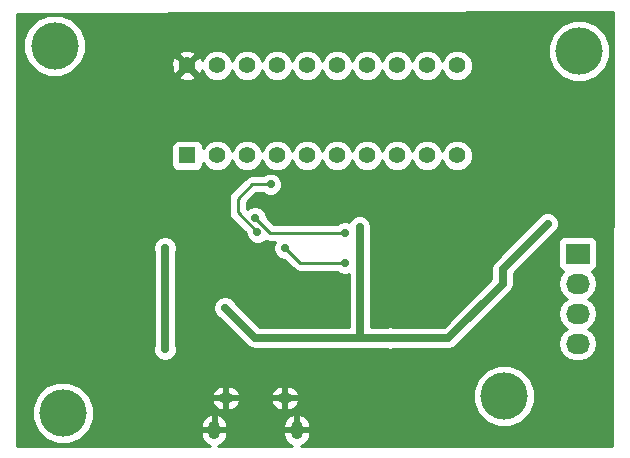
<source format=gbr>
G04 #@! TF.FileFunction,Copper,L2,Bot,Signal*
%FSLAX46Y46*%
G04 Gerber Fmt 4.6, Leading zero omitted, Abs format (unit mm)*
G04 Created by KiCad (PCBNEW (2015-07-31 BZR 6030)-product) date Sat Sep 12 09:45:30 2015*
%MOMM*%
G01*
G04 APERTURE LIST*
%ADD10C,0.100000*%
%ADD11C,4.000000*%
%ADD12O,1.250000X0.950000*%
%ADD13O,1.000000X1.550000*%
%ADD14R,2.032000X1.727200*%
%ADD15O,2.032000X1.727200*%
%ADD16R,1.397000X1.397000*%
%ADD17C,1.397000*%
%ADD18C,0.700000*%
%ADD19C,0.635000*%
%ADD20C,0.250000*%
%ADD21C,0.254000*%
G04 APERTURE END LIST*
D10*
D11*
X169077600Y-118454000D03*
X175427600Y-89244000D03*
X131028400Y-88786800D03*
D12*
X145525600Y-118606400D03*
X150525600Y-118606400D03*
D13*
X144525600Y-121306400D03*
X151525600Y-121306400D03*
D14*
X175300600Y-106389000D03*
D15*
X175300600Y-108929000D03*
X175300600Y-111469000D03*
X175300600Y-114009000D03*
D16*
X142255200Y-98083200D03*
D17*
X144795200Y-98083200D03*
X147335200Y-98083200D03*
X149875200Y-98083200D03*
X152415200Y-98083200D03*
X154955200Y-98083200D03*
X157495200Y-98083200D03*
X160035200Y-98083200D03*
X162575200Y-98083200D03*
X165115200Y-98083200D03*
X165115200Y-90463200D03*
X162575200Y-90463200D03*
X160035200Y-90463200D03*
X157495200Y-90463200D03*
X154955200Y-90463200D03*
X152415200Y-90463200D03*
X149875200Y-90463200D03*
X147335200Y-90463200D03*
X144795200Y-90463200D03*
X142255200Y-90463200D03*
D11*
X131739600Y-119876400D03*
D18*
X156846800Y-104126600D03*
X168950600Y-108292200D03*
X172760600Y-103849000D03*
X145455600Y-110986400D03*
X159425600Y-113526400D03*
X131485600Y-107176400D03*
X151805600Y-103366400D03*
X159425600Y-105906400D03*
X141645600Y-104636400D03*
X137835600Y-105906400D03*
X167680600Y-106389000D03*
X163870600Y-110199000D03*
X140375600Y-114500718D03*
X140375600Y-105906400D03*
X155615600Y-107176400D03*
X150535600Y-105906400D03*
X155615600Y-104636400D03*
X147995600Y-103366400D03*
X149316400Y-100521600D03*
X148198800Y-104585600D03*
D19*
X156885600Y-113526400D02*
X156885600Y-104165400D01*
X156885600Y-104165400D02*
X156846800Y-104126600D01*
X159425600Y-113526400D02*
X164353200Y-113526400D01*
X164353200Y-113526400D02*
X168950600Y-108929000D01*
X172760600Y-103849000D02*
X168950600Y-107659000D01*
X168950600Y-107659000D02*
X168950600Y-108292200D01*
X168950600Y-108292200D02*
X168950600Y-108929000D01*
X145455600Y-110986400D02*
X147995600Y-113526400D01*
X147995600Y-113526400D02*
X156885600Y-113526400D01*
X156885600Y-113526400D02*
X159425600Y-113526400D01*
X140375600Y-105906400D02*
X140375600Y-114500718D01*
D20*
X151805600Y-107176400D02*
X155615600Y-107176400D01*
X150535600Y-105906400D02*
X151805600Y-107176400D01*
X149265600Y-104636400D02*
X155615600Y-104636400D01*
X147995600Y-103366400D02*
X149265600Y-104636400D01*
X147741600Y-100521600D02*
X149316400Y-100521600D01*
X146522400Y-101740800D02*
X147741600Y-100521600D01*
X146522400Y-102909200D02*
X146522400Y-101740800D01*
X148198800Y-104585600D02*
X146522400Y-102909200D01*
D21*
G36*
X127853226Y-86119293D02*
X178348073Y-85917112D01*
X178196722Y-122645000D01*
X175115855Y-122645000D01*
X175115855Y-115507600D01*
X175485345Y-115507600D01*
X176058834Y-115393526D01*
X176545015Y-115068670D01*
X176869871Y-114582489D01*
X176983945Y-114009000D01*
X176869871Y-113435511D01*
X176545015Y-112949330D01*
X176230234Y-112739000D01*
X176545015Y-112528670D01*
X176869871Y-112042489D01*
X176983945Y-111469000D01*
X176869871Y-110895511D01*
X176545015Y-110409330D01*
X176230234Y-110199000D01*
X176545015Y-109988670D01*
X176869871Y-109502489D01*
X176983945Y-108929000D01*
X176869871Y-108355511D01*
X176545015Y-107869330D01*
X176530687Y-107859757D01*
X176551917Y-107855762D01*
X176768041Y-107716690D01*
X176913031Y-107504490D01*
X176964040Y-107252600D01*
X176964040Y-105525400D01*
X176919762Y-105290083D01*
X176780690Y-105073959D01*
X176568490Y-104928969D01*
X176316600Y-104877960D01*
X175949434Y-104877960D01*
X175949434Y-91879457D01*
X176918258Y-91479147D01*
X177660142Y-90738557D01*
X178062142Y-89770433D01*
X178063057Y-88722166D01*
X177662747Y-87753342D01*
X176922157Y-87011458D01*
X175954033Y-86609458D01*
X174905766Y-86608543D01*
X173936942Y-87008853D01*
X173195058Y-87749443D01*
X172793058Y-88717567D01*
X172792143Y-89765834D01*
X173192453Y-90734658D01*
X173933043Y-91476542D01*
X174901167Y-91878542D01*
X175949434Y-91879457D01*
X175949434Y-104877960D01*
X174284600Y-104877960D01*
X174049283Y-104922238D01*
X173833159Y-105061310D01*
X173688169Y-105273510D01*
X173637160Y-105525400D01*
X173637160Y-107252600D01*
X173681438Y-107487917D01*
X173820510Y-107704041D01*
X174032710Y-107849031D01*
X174074039Y-107857400D01*
X174056185Y-107869330D01*
X173731329Y-108355511D01*
X173617255Y-108929000D01*
X173731329Y-109502489D01*
X174056185Y-109988670D01*
X174370966Y-110199000D01*
X174056185Y-110409330D01*
X173731329Y-110895511D01*
X173617255Y-111469000D01*
X173731329Y-112042489D01*
X174056185Y-112528670D01*
X174370966Y-112739000D01*
X174056185Y-112949330D01*
X173731329Y-113435511D01*
X173617255Y-114009000D01*
X173731329Y-114582489D01*
X174056185Y-115068670D01*
X174542366Y-115393526D01*
X175115855Y-115507600D01*
X175115855Y-122645000D01*
X169599434Y-122645000D01*
X169599434Y-121089457D01*
X170568258Y-120689147D01*
X171310142Y-119948557D01*
X171712142Y-118980433D01*
X171713057Y-117932166D01*
X171312747Y-116963342D01*
X170572157Y-116221458D01*
X169604033Y-115819458D01*
X168555766Y-115818543D01*
X167586942Y-116218853D01*
X166845058Y-116959443D01*
X166443058Y-117927567D01*
X166442143Y-118975834D01*
X166842453Y-119944658D01*
X167583043Y-120686542D01*
X168551167Y-121088542D01*
X169599434Y-121089457D01*
X169599434Y-122645000D01*
X159620669Y-122645000D01*
X159620669Y-114511570D01*
X159699737Y-114478900D01*
X164353200Y-114478900D01*
X164717706Y-114406395D01*
X165026719Y-114199919D01*
X169624119Y-109602520D01*
X169785155Y-109361512D01*
X169830595Y-109293506D01*
X169903100Y-108929000D01*
X169903100Y-108566843D01*
X169935428Y-108488988D01*
X169935770Y-108097131D01*
X169913472Y-108043166D01*
X173239916Y-104716722D01*
X173317829Y-104684529D01*
X173595155Y-104407686D01*
X173745428Y-104045788D01*
X173745770Y-103653931D01*
X173596129Y-103291771D01*
X173319286Y-103014445D01*
X172957388Y-102864172D01*
X172565531Y-102863830D01*
X172203371Y-103013471D01*
X171926045Y-103290314D01*
X171893237Y-103369325D01*
X168277081Y-106985481D01*
X168070605Y-107294494D01*
X167998100Y-107659000D01*
X167998100Y-108017557D01*
X167965772Y-108095412D01*
X167965430Y-108487269D01*
X167988780Y-108543781D01*
X163958662Y-112573900D01*
X159700243Y-112573900D01*
X159622388Y-112541572D01*
X159230531Y-112541230D01*
X159151463Y-112573900D01*
X157838100Y-112573900D01*
X157838100Y-104165400D01*
X157831794Y-104133695D01*
X157831970Y-103931531D01*
X157682329Y-103569371D01*
X157405486Y-103292045D01*
X157043588Y-103141772D01*
X156651731Y-103141430D01*
X156289571Y-103291071D01*
X156012245Y-103567914D01*
X155953224Y-103710052D01*
X155812388Y-103651572D01*
X155420531Y-103651230D01*
X155058371Y-103800871D01*
X154982710Y-103876400D01*
X149580402Y-103876400D01*
X148980678Y-103276676D01*
X148980770Y-103171331D01*
X148831129Y-102809171D01*
X148554286Y-102531845D01*
X148192388Y-102381572D01*
X147800531Y-102381230D01*
X147438371Y-102530871D01*
X147328526Y-102640524D01*
X147282400Y-102594398D01*
X147282400Y-102055602D01*
X148056402Y-101281600D01*
X148683289Y-101281600D01*
X148757714Y-101356155D01*
X149119612Y-101506428D01*
X149511469Y-101506770D01*
X149873629Y-101357129D01*
X150150955Y-101080286D01*
X150301228Y-100718388D01*
X150301570Y-100326531D01*
X150151929Y-99964371D01*
X149875086Y-99687045D01*
X149513188Y-99536772D01*
X149121331Y-99536430D01*
X148759171Y-99686071D01*
X148683510Y-99761600D01*
X147741600Y-99761600D01*
X147450761Y-99819452D01*
X147450760Y-99819452D01*
X147204199Y-99984199D01*
X145984999Y-101203399D01*
X145820252Y-101449961D01*
X145762400Y-101740800D01*
X145762400Y-102909200D01*
X145820252Y-103200039D01*
X145984999Y-103446601D01*
X147213722Y-104675324D01*
X147213630Y-104780669D01*
X147363271Y-105142829D01*
X147640114Y-105420155D01*
X148002012Y-105570428D01*
X148393869Y-105570770D01*
X148756029Y-105421129D01*
X148893288Y-105284109D01*
X148974761Y-105338548D01*
X149265600Y-105396400D01*
X149680829Y-105396400D01*
X149550772Y-105709612D01*
X149550430Y-106101469D01*
X149700071Y-106463629D01*
X149976914Y-106740955D01*
X150338812Y-106891228D01*
X150445719Y-106891321D01*
X151268199Y-107713801D01*
X151514761Y-107878548D01*
X151805600Y-107936400D01*
X154982489Y-107936400D01*
X155056914Y-108010955D01*
X155418812Y-108161228D01*
X155810669Y-108161570D01*
X155933100Y-108110983D01*
X155933100Y-112573900D01*
X148390138Y-112573900D01*
X146323321Y-110507082D01*
X146291129Y-110429171D01*
X146014286Y-110151845D01*
X145652388Y-110001572D01*
X145260531Y-110001230D01*
X144898371Y-110150871D01*
X144621045Y-110427714D01*
X144470772Y-110789612D01*
X144470430Y-111181469D01*
X144620071Y-111543629D01*
X144896914Y-111820955D01*
X144975924Y-111853763D01*
X147322081Y-114199919D01*
X147631094Y-114406395D01*
X147995600Y-114478900D01*
X159150957Y-114478900D01*
X159228812Y-114511228D01*
X159620669Y-114511570D01*
X159620669Y-122645000D01*
X151889629Y-122645000D01*
X152238363Y-122473768D01*
X152525602Y-122133078D01*
X152660600Y-121708400D01*
X152660600Y-121433400D01*
X151652600Y-121433400D01*
X151652600Y-121179400D01*
X152660600Y-121179400D01*
X152660600Y-120904400D01*
X152525602Y-120479722D01*
X152238363Y-120139032D01*
X151827474Y-119937281D01*
X151652600Y-120063446D01*
X151652600Y-121179400D01*
X151652600Y-121433400D01*
X151652600Y-121453400D01*
X151398600Y-121453400D01*
X151398600Y-121433400D01*
X150390600Y-121433400D01*
X150390600Y-121179400D01*
X151398600Y-121179400D01*
X151398600Y-120063446D01*
X151223726Y-119937281D01*
X150826731Y-120132209D01*
X150826731Y-119707629D01*
X151236649Y-119565968D01*
X151561152Y-119278221D01*
X151744868Y-118904338D01*
X151618334Y-118733400D01*
X150652600Y-118733400D01*
X150652600Y-118479400D01*
X151618334Y-118479400D01*
X151744868Y-118308462D01*
X151561152Y-117934579D01*
X151236649Y-117646832D01*
X150826731Y-117505171D01*
X150652600Y-117653837D01*
X150652600Y-118479400D01*
X150652600Y-118733400D01*
X150652600Y-119558963D01*
X150826731Y-119707629D01*
X150826731Y-120132209D01*
X150812837Y-120139032D01*
X150525598Y-120479722D01*
X150390600Y-120904400D01*
X150390600Y-121179400D01*
X150390600Y-121433400D01*
X150390600Y-121708400D01*
X150525598Y-122133078D01*
X150812837Y-122473768D01*
X151161571Y-122645000D01*
X150224469Y-122645000D01*
X150224469Y-119707629D01*
X150398600Y-119558963D01*
X150398600Y-118733400D01*
X149432866Y-118733400D01*
X149432866Y-118479400D01*
X150398600Y-118479400D01*
X150398600Y-117653837D01*
X150224469Y-117505171D01*
X149814551Y-117646832D01*
X149490048Y-117934579D01*
X149306332Y-118308462D01*
X149432866Y-118479400D01*
X149432866Y-118733400D01*
X149306332Y-118904338D01*
X149490048Y-119278221D01*
X149814551Y-119565968D01*
X150224469Y-119707629D01*
X150224469Y-122645000D01*
X145826731Y-122645000D01*
X145826731Y-119707629D01*
X146236649Y-119565968D01*
X146561152Y-119278221D01*
X146744868Y-118904338D01*
X146618334Y-118733400D01*
X145652600Y-118733400D01*
X145652600Y-118479400D01*
X146618334Y-118479400D01*
X146744868Y-118308462D01*
X146561152Y-117934579D01*
X146236649Y-117646832D01*
X145826731Y-117505171D01*
X145652600Y-117653837D01*
X145652600Y-118479400D01*
X145652600Y-118733400D01*
X145652600Y-119558963D01*
X145826731Y-119707629D01*
X145826731Y-122645000D01*
X144889629Y-122645000D01*
X145238363Y-122473768D01*
X145525602Y-122133078D01*
X145660600Y-121708400D01*
X145660600Y-121433400D01*
X144652600Y-121433400D01*
X144652600Y-121179400D01*
X145660600Y-121179400D01*
X145660600Y-120904400D01*
X145525602Y-120479722D01*
X145238363Y-120139032D01*
X145224469Y-120132210D01*
X145224469Y-119707629D01*
X145398600Y-119558963D01*
X145398600Y-118733400D01*
X144432866Y-118733400D01*
X144432866Y-118479400D01*
X145398600Y-118479400D01*
X145398600Y-117653837D01*
X145224469Y-117505171D01*
X144814551Y-117646832D01*
X144490048Y-117934579D01*
X144306332Y-118308462D01*
X144432866Y-118479400D01*
X144432866Y-118733400D01*
X144306332Y-118904338D01*
X144490048Y-119278221D01*
X144814551Y-119565968D01*
X145224469Y-119707629D01*
X145224469Y-120132210D01*
X144827474Y-119937281D01*
X144652600Y-120063446D01*
X144652600Y-121179400D01*
X144652600Y-121433400D01*
X144652600Y-121453400D01*
X144398600Y-121453400D01*
X144398600Y-121433400D01*
X143390600Y-121433400D01*
X143390600Y-121179400D01*
X144398600Y-121179400D01*
X144398600Y-120063446D01*
X144223726Y-119937281D01*
X143812837Y-120139032D01*
X143525598Y-120479722D01*
X143390600Y-120904400D01*
X143390600Y-121179400D01*
X143390600Y-121433400D01*
X143390600Y-121708400D01*
X143525598Y-122133078D01*
X143812837Y-122473768D01*
X144161571Y-122645000D01*
X141556700Y-122645000D01*
X141556700Y-99429140D01*
X142953700Y-99429140D01*
X143189017Y-99384862D01*
X143405141Y-99245790D01*
X143550131Y-99033590D01*
X143601140Y-98781700D01*
X143601140Y-98685316D01*
X143664054Y-98837580D01*
X144038847Y-99213027D01*
X144528787Y-99416468D01*
X145059286Y-99416931D01*
X145549580Y-99214346D01*
X145925027Y-98839553D01*
X146065294Y-98501754D01*
X146204054Y-98837580D01*
X146578847Y-99213027D01*
X147068787Y-99416468D01*
X147599286Y-99416931D01*
X148089580Y-99214346D01*
X148465027Y-98839553D01*
X148605294Y-98501754D01*
X148744054Y-98837580D01*
X149118847Y-99213027D01*
X149608787Y-99416468D01*
X150139286Y-99416931D01*
X150629580Y-99214346D01*
X151005027Y-98839553D01*
X151145294Y-98501754D01*
X151284054Y-98837580D01*
X151658847Y-99213027D01*
X152148787Y-99416468D01*
X152679286Y-99416931D01*
X153169580Y-99214346D01*
X153545027Y-98839553D01*
X153685294Y-98501754D01*
X153824054Y-98837580D01*
X154198847Y-99213027D01*
X154688787Y-99416468D01*
X155219286Y-99416931D01*
X155709580Y-99214346D01*
X156085027Y-98839553D01*
X156225294Y-98501754D01*
X156364054Y-98837580D01*
X156738847Y-99213027D01*
X157228787Y-99416468D01*
X157759286Y-99416931D01*
X158249580Y-99214346D01*
X158625027Y-98839553D01*
X158765294Y-98501754D01*
X158904054Y-98837580D01*
X159278847Y-99213027D01*
X159768787Y-99416468D01*
X160299286Y-99416931D01*
X160789580Y-99214346D01*
X161165027Y-98839553D01*
X161305294Y-98501754D01*
X161444054Y-98837580D01*
X161818847Y-99213027D01*
X162308787Y-99416468D01*
X162839286Y-99416931D01*
X163329580Y-99214346D01*
X163705027Y-98839553D01*
X163845294Y-98501754D01*
X163984054Y-98837580D01*
X164358847Y-99213027D01*
X164848787Y-99416468D01*
X165379286Y-99416931D01*
X165869580Y-99214346D01*
X166245027Y-98839553D01*
X166448468Y-98349613D01*
X166448931Y-97819114D01*
X166246346Y-97328820D01*
X165871553Y-96953373D01*
X165381613Y-96749932D01*
X164851114Y-96749469D01*
X164360820Y-96952054D01*
X163985373Y-97326847D01*
X163845106Y-97664646D01*
X163706346Y-97328820D01*
X163331553Y-96953373D01*
X162841613Y-96749932D01*
X162311114Y-96749469D01*
X161820820Y-96952054D01*
X161445373Y-97326847D01*
X161305106Y-97664646D01*
X161166346Y-97328820D01*
X160791553Y-96953373D01*
X160301613Y-96749932D01*
X159771114Y-96749469D01*
X159280820Y-96952054D01*
X158905373Y-97326847D01*
X158765106Y-97664646D01*
X158626346Y-97328820D01*
X158251553Y-96953373D01*
X157761613Y-96749932D01*
X157231114Y-96749469D01*
X156740820Y-96952054D01*
X156365373Y-97326847D01*
X156225106Y-97664646D01*
X156086346Y-97328820D01*
X155711553Y-96953373D01*
X155221613Y-96749932D01*
X154691114Y-96749469D01*
X154200820Y-96952054D01*
X153825373Y-97326847D01*
X153685106Y-97664646D01*
X153546346Y-97328820D01*
X153171553Y-96953373D01*
X152681613Y-96749932D01*
X152151114Y-96749469D01*
X151660820Y-96952054D01*
X151285373Y-97326847D01*
X151145106Y-97664646D01*
X151006346Y-97328820D01*
X150631553Y-96953373D01*
X150141613Y-96749932D01*
X149611114Y-96749469D01*
X149120820Y-96952054D01*
X148745373Y-97326847D01*
X148605106Y-97664646D01*
X148466346Y-97328820D01*
X148091553Y-96953373D01*
X147601613Y-96749932D01*
X147071114Y-96749469D01*
X146580820Y-96952054D01*
X146205373Y-97326847D01*
X146065106Y-97664646D01*
X145926346Y-97328820D01*
X145551553Y-96953373D01*
X145061613Y-96749932D01*
X145059286Y-96749930D01*
X145059286Y-91796931D01*
X145549580Y-91594346D01*
X145925027Y-91219553D01*
X146065294Y-90881754D01*
X146204054Y-91217580D01*
X146578847Y-91593027D01*
X147068787Y-91796468D01*
X147599286Y-91796931D01*
X148089580Y-91594346D01*
X148465027Y-91219553D01*
X148605294Y-90881754D01*
X148744054Y-91217580D01*
X149118847Y-91593027D01*
X149608787Y-91796468D01*
X150139286Y-91796931D01*
X150629580Y-91594346D01*
X151005027Y-91219553D01*
X151145294Y-90881754D01*
X151284054Y-91217580D01*
X151658847Y-91593027D01*
X152148787Y-91796468D01*
X152679286Y-91796931D01*
X153169580Y-91594346D01*
X153545027Y-91219553D01*
X153685294Y-90881754D01*
X153824054Y-91217580D01*
X154198847Y-91593027D01*
X154688787Y-91796468D01*
X155219286Y-91796931D01*
X155709580Y-91594346D01*
X156085027Y-91219553D01*
X156225294Y-90881754D01*
X156364054Y-91217580D01*
X156738847Y-91593027D01*
X157228787Y-91796468D01*
X157759286Y-91796931D01*
X158249580Y-91594346D01*
X158625027Y-91219553D01*
X158765294Y-90881754D01*
X158904054Y-91217580D01*
X159278847Y-91593027D01*
X159768787Y-91796468D01*
X160299286Y-91796931D01*
X160789580Y-91594346D01*
X161165027Y-91219553D01*
X161305294Y-90881754D01*
X161444054Y-91217580D01*
X161818847Y-91593027D01*
X162308787Y-91796468D01*
X162839286Y-91796931D01*
X163329580Y-91594346D01*
X163705027Y-91219553D01*
X163845294Y-90881754D01*
X163984054Y-91217580D01*
X164358847Y-91593027D01*
X164848787Y-91796468D01*
X165379286Y-91796931D01*
X165869580Y-91594346D01*
X166245027Y-91219553D01*
X166448468Y-90729613D01*
X166448931Y-90199114D01*
X166246346Y-89708820D01*
X165871553Y-89333373D01*
X165381613Y-89129932D01*
X164851114Y-89129469D01*
X164360820Y-89332054D01*
X163985373Y-89706847D01*
X163845106Y-90044646D01*
X163706346Y-89708820D01*
X163331553Y-89333373D01*
X162841613Y-89129932D01*
X162311114Y-89129469D01*
X161820820Y-89332054D01*
X161445373Y-89706847D01*
X161305106Y-90044646D01*
X161166346Y-89708820D01*
X160791553Y-89333373D01*
X160301613Y-89129932D01*
X159771114Y-89129469D01*
X159280820Y-89332054D01*
X158905373Y-89706847D01*
X158765106Y-90044646D01*
X158626346Y-89708820D01*
X158251553Y-89333373D01*
X157761613Y-89129932D01*
X157231114Y-89129469D01*
X156740820Y-89332054D01*
X156365373Y-89706847D01*
X156225106Y-90044646D01*
X156086346Y-89708820D01*
X155711553Y-89333373D01*
X155221613Y-89129932D01*
X154691114Y-89129469D01*
X154200820Y-89332054D01*
X153825373Y-89706847D01*
X153685106Y-90044646D01*
X153546346Y-89708820D01*
X153171553Y-89333373D01*
X152681613Y-89129932D01*
X152151114Y-89129469D01*
X151660820Y-89332054D01*
X151285373Y-89706847D01*
X151145106Y-90044646D01*
X151006346Y-89708820D01*
X150631553Y-89333373D01*
X150141613Y-89129932D01*
X149611114Y-89129469D01*
X149120820Y-89332054D01*
X148745373Y-89706847D01*
X148605106Y-90044646D01*
X148466346Y-89708820D01*
X148091553Y-89333373D01*
X147601613Y-89129932D01*
X147071114Y-89129469D01*
X146580820Y-89332054D01*
X146205373Y-89706847D01*
X146065106Y-90044646D01*
X145926346Y-89708820D01*
X145551553Y-89333373D01*
X145061613Y-89129932D01*
X144531114Y-89129469D01*
X144040820Y-89332054D01*
X143665373Y-89706847D01*
X143531886Y-90028318D01*
X143425000Y-89770271D01*
X143189388Y-89708617D01*
X142434805Y-90463200D01*
X143189388Y-91217783D01*
X143425000Y-91156129D01*
X143523283Y-90876888D01*
X143664054Y-91217580D01*
X144038847Y-91593027D01*
X144528787Y-91796468D01*
X145059286Y-91796931D01*
X145059286Y-96749930D01*
X144531114Y-96749469D01*
X144040820Y-96952054D01*
X143665373Y-97326847D01*
X143601140Y-97481537D01*
X143601140Y-97384700D01*
X143556862Y-97149383D01*
X143417790Y-96933259D01*
X143205590Y-96788269D01*
X142953700Y-96737260D01*
X142062680Y-96737260D01*
X142062680Y-91809127D01*
X142592399Y-91780348D01*
X142948129Y-91633000D01*
X143009783Y-91397388D01*
X142255200Y-90642805D01*
X142255200Y-90283595D01*
X143009783Y-89529012D01*
X142948129Y-89293400D01*
X142447720Y-89117273D01*
X141918001Y-89146052D01*
X141562271Y-89293400D01*
X141500617Y-89529012D01*
X142255200Y-90283595D01*
X142255200Y-90642805D01*
X141500617Y-91397388D01*
X141562271Y-91633000D01*
X142062680Y-91809127D01*
X142062680Y-96737260D01*
X141556700Y-96737260D01*
X141321383Y-96781538D01*
X141321012Y-96781776D01*
X141321012Y-91217783D01*
X142075595Y-90463200D01*
X141321012Y-89708617D01*
X141085400Y-89770271D01*
X140909273Y-90270680D01*
X140938052Y-90800399D01*
X141085400Y-91156129D01*
X141321012Y-91217783D01*
X141321012Y-96781776D01*
X141105259Y-96920610D01*
X140960269Y-97132810D01*
X140909260Y-97384700D01*
X140909260Y-98781700D01*
X140953538Y-99017017D01*
X141092610Y-99233141D01*
X141304810Y-99378131D01*
X141556700Y-99429140D01*
X141556700Y-122645000D01*
X140570669Y-122645000D01*
X140570669Y-115485888D01*
X140932829Y-115336247D01*
X141210155Y-115059404D01*
X141360428Y-114697506D01*
X141360770Y-114305649D01*
X141328100Y-114226581D01*
X141328100Y-106181043D01*
X141360428Y-106103188D01*
X141360770Y-105711331D01*
X141211129Y-105349171D01*
X140934286Y-105071845D01*
X140572388Y-104921572D01*
X140180531Y-104921230D01*
X139818371Y-105070871D01*
X139541045Y-105347714D01*
X139390772Y-105709612D01*
X139390430Y-106101469D01*
X139423100Y-106180537D01*
X139423100Y-114226075D01*
X139390772Y-114303930D01*
X139390430Y-114695787D01*
X139540071Y-115057947D01*
X139816914Y-115335273D01*
X140178812Y-115485546D01*
X140570669Y-115485888D01*
X140570669Y-122645000D01*
X132261434Y-122645000D01*
X132261434Y-122511857D01*
X133230258Y-122111547D01*
X133972142Y-121370957D01*
X134374142Y-120402833D01*
X134375057Y-119354566D01*
X133974747Y-118385742D01*
X133234157Y-117643858D01*
X132266033Y-117241858D01*
X131550234Y-117241234D01*
X131550234Y-91422257D01*
X132519058Y-91021947D01*
X133260942Y-90281357D01*
X133662942Y-89313233D01*
X133663857Y-88264966D01*
X133263547Y-87296142D01*
X132522957Y-86554258D01*
X131554833Y-86152258D01*
X130506566Y-86151343D01*
X129537742Y-86551653D01*
X128795858Y-87292243D01*
X128393858Y-88260367D01*
X128392943Y-89308634D01*
X128793253Y-90277458D01*
X129533843Y-91019342D01*
X130501967Y-91421342D01*
X131550234Y-91422257D01*
X131550234Y-117241234D01*
X131217766Y-117240943D01*
X130248942Y-117641253D01*
X129507058Y-118381843D01*
X129105058Y-119349967D01*
X129104143Y-120398234D01*
X129504453Y-121367058D01*
X130245043Y-122108942D01*
X131213167Y-122510942D01*
X132261434Y-122511857D01*
X132261434Y-122645000D01*
X127802776Y-122645000D01*
X127853226Y-86119293D01*
X127853226Y-86119293D01*
G37*
X127853226Y-86119293D02*
X178348073Y-85917112D01*
X178196722Y-122645000D01*
X175115855Y-122645000D01*
X175115855Y-115507600D01*
X175485345Y-115507600D01*
X176058834Y-115393526D01*
X176545015Y-115068670D01*
X176869871Y-114582489D01*
X176983945Y-114009000D01*
X176869871Y-113435511D01*
X176545015Y-112949330D01*
X176230234Y-112739000D01*
X176545015Y-112528670D01*
X176869871Y-112042489D01*
X176983945Y-111469000D01*
X176869871Y-110895511D01*
X176545015Y-110409330D01*
X176230234Y-110199000D01*
X176545015Y-109988670D01*
X176869871Y-109502489D01*
X176983945Y-108929000D01*
X176869871Y-108355511D01*
X176545015Y-107869330D01*
X176530687Y-107859757D01*
X176551917Y-107855762D01*
X176768041Y-107716690D01*
X176913031Y-107504490D01*
X176964040Y-107252600D01*
X176964040Y-105525400D01*
X176919762Y-105290083D01*
X176780690Y-105073959D01*
X176568490Y-104928969D01*
X176316600Y-104877960D01*
X175949434Y-104877960D01*
X175949434Y-91879457D01*
X176918258Y-91479147D01*
X177660142Y-90738557D01*
X178062142Y-89770433D01*
X178063057Y-88722166D01*
X177662747Y-87753342D01*
X176922157Y-87011458D01*
X175954033Y-86609458D01*
X174905766Y-86608543D01*
X173936942Y-87008853D01*
X173195058Y-87749443D01*
X172793058Y-88717567D01*
X172792143Y-89765834D01*
X173192453Y-90734658D01*
X173933043Y-91476542D01*
X174901167Y-91878542D01*
X175949434Y-91879457D01*
X175949434Y-104877960D01*
X174284600Y-104877960D01*
X174049283Y-104922238D01*
X173833159Y-105061310D01*
X173688169Y-105273510D01*
X173637160Y-105525400D01*
X173637160Y-107252600D01*
X173681438Y-107487917D01*
X173820510Y-107704041D01*
X174032710Y-107849031D01*
X174074039Y-107857400D01*
X174056185Y-107869330D01*
X173731329Y-108355511D01*
X173617255Y-108929000D01*
X173731329Y-109502489D01*
X174056185Y-109988670D01*
X174370966Y-110199000D01*
X174056185Y-110409330D01*
X173731329Y-110895511D01*
X173617255Y-111469000D01*
X173731329Y-112042489D01*
X174056185Y-112528670D01*
X174370966Y-112739000D01*
X174056185Y-112949330D01*
X173731329Y-113435511D01*
X173617255Y-114009000D01*
X173731329Y-114582489D01*
X174056185Y-115068670D01*
X174542366Y-115393526D01*
X175115855Y-115507600D01*
X175115855Y-122645000D01*
X169599434Y-122645000D01*
X169599434Y-121089457D01*
X170568258Y-120689147D01*
X171310142Y-119948557D01*
X171712142Y-118980433D01*
X171713057Y-117932166D01*
X171312747Y-116963342D01*
X170572157Y-116221458D01*
X169604033Y-115819458D01*
X168555766Y-115818543D01*
X167586942Y-116218853D01*
X166845058Y-116959443D01*
X166443058Y-117927567D01*
X166442143Y-118975834D01*
X166842453Y-119944658D01*
X167583043Y-120686542D01*
X168551167Y-121088542D01*
X169599434Y-121089457D01*
X169599434Y-122645000D01*
X159620669Y-122645000D01*
X159620669Y-114511570D01*
X159699737Y-114478900D01*
X164353200Y-114478900D01*
X164717706Y-114406395D01*
X165026719Y-114199919D01*
X169624119Y-109602520D01*
X169785155Y-109361512D01*
X169830595Y-109293506D01*
X169903100Y-108929000D01*
X169903100Y-108566843D01*
X169935428Y-108488988D01*
X169935770Y-108097131D01*
X169913472Y-108043166D01*
X173239916Y-104716722D01*
X173317829Y-104684529D01*
X173595155Y-104407686D01*
X173745428Y-104045788D01*
X173745770Y-103653931D01*
X173596129Y-103291771D01*
X173319286Y-103014445D01*
X172957388Y-102864172D01*
X172565531Y-102863830D01*
X172203371Y-103013471D01*
X171926045Y-103290314D01*
X171893237Y-103369325D01*
X168277081Y-106985481D01*
X168070605Y-107294494D01*
X167998100Y-107659000D01*
X167998100Y-108017557D01*
X167965772Y-108095412D01*
X167965430Y-108487269D01*
X167988780Y-108543781D01*
X163958662Y-112573900D01*
X159700243Y-112573900D01*
X159622388Y-112541572D01*
X159230531Y-112541230D01*
X159151463Y-112573900D01*
X157838100Y-112573900D01*
X157838100Y-104165400D01*
X157831794Y-104133695D01*
X157831970Y-103931531D01*
X157682329Y-103569371D01*
X157405486Y-103292045D01*
X157043588Y-103141772D01*
X156651731Y-103141430D01*
X156289571Y-103291071D01*
X156012245Y-103567914D01*
X155953224Y-103710052D01*
X155812388Y-103651572D01*
X155420531Y-103651230D01*
X155058371Y-103800871D01*
X154982710Y-103876400D01*
X149580402Y-103876400D01*
X148980678Y-103276676D01*
X148980770Y-103171331D01*
X148831129Y-102809171D01*
X148554286Y-102531845D01*
X148192388Y-102381572D01*
X147800531Y-102381230D01*
X147438371Y-102530871D01*
X147328526Y-102640524D01*
X147282400Y-102594398D01*
X147282400Y-102055602D01*
X148056402Y-101281600D01*
X148683289Y-101281600D01*
X148757714Y-101356155D01*
X149119612Y-101506428D01*
X149511469Y-101506770D01*
X149873629Y-101357129D01*
X150150955Y-101080286D01*
X150301228Y-100718388D01*
X150301570Y-100326531D01*
X150151929Y-99964371D01*
X149875086Y-99687045D01*
X149513188Y-99536772D01*
X149121331Y-99536430D01*
X148759171Y-99686071D01*
X148683510Y-99761600D01*
X147741600Y-99761600D01*
X147450761Y-99819452D01*
X147450760Y-99819452D01*
X147204199Y-99984199D01*
X145984999Y-101203399D01*
X145820252Y-101449961D01*
X145762400Y-101740800D01*
X145762400Y-102909200D01*
X145820252Y-103200039D01*
X145984999Y-103446601D01*
X147213722Y-104675324D01*
X147213630Y-104780669D01*
X147363271Y-105142829D01*
X147640114Y-105420155D01*
X148002012Y-105570428D01*
X148393869Y-105570770D01*
X148756029Y-105421129D01*
X148893288Y-105284109D01*
X148974761Y-105338548D01*
X149265600Y-105396400D01*
X149680829Y-105396400D01*
X149550772Y-105709612D01*
X149550430Y-106101469D01*
X149700071Y-106463629D01*
X149976914Y-106740955D01*
X150338812Y-106891228D01*
X150445719Y-106891321D01*
X151268199Y-107713801D01*
X151514761Y-107878548D01*
X151805600Y-107936400D01*
X154982489Y-107936400D01*
X155056914Y-108010955D01*
X155418812Y-108161228D01*
X155810669Y-108161570D01*
X155933100Y-108110983D01*
X155933100Y-112573900D01*
X148390138Y-112573900D01*
X146323321Y-110507082D01*
X146291129Y-110429171D01*
X146014286Y-110151845D01*
X145652388Y-110001572D01*
X145260531Y-110001230D01*
X144898371Y-110150871D01*
X144621045Y-110427714D01*
X144470772Y-110789612D01*
X144470430Y-111181469D01*
X144620071Y-111543629D01*
X144896914Y-111820955D01*
X144975924Y-111853763D01*
X147322081Y-114199919D01*
X147631094Y-114406395D01*
X147995600Y-114478900D01*
X159150957Y-114478900D01*
X159228812Y-114511228D01*
X159620669Y-114511570D01*
X159620669Y-122645000D01*
X151889629Y-122645000D01*
X152238363Y-122473768D01*
X152525602Y-122133078D01*
X152660600Y-121708400D01*
X152660600Y-121433400D01*
X151652600Y-121433400D01*
X151652600Y-121179400D01*
X152660600Y-121179400D01*
X152660600Y-120904400D01*
X152525602Y-120479722D01*
X152238363Y-120139032D01*
X151827474Y-119937281D01*
X151652600Y-120063446D01*
X151652600Y-121179400D01*
X151652600Y-121433400D01*
X151652600Y-121453400D01*
X151398600Y-121453400D01*
X151398600Y-121433400D01*
X150390600Y-121433400D01*
X150390600Y-121179400D01*
X151398600Y-121179400D01*
X151398600Y-120063446D01*
X151223726Y-119937281D01*
X150826731Y-120132209D01*
X150826731Y-119707629D01*
X151236649Y-119565968D01*
X151561152Y-119278221D01*
X151744868Y-118904338D01*
X151618334Y-118733400D01*
X150652600Y-118733400D01*
X150652600Y-118479400D01*
X151618334Y-118479400D01*
X151744868Y-118308462D01*
X151561152Y-117934579D01*
X151236649Y-117646832D01*
X150826731Y-117505171D01*
X150652600Y-117653837D01*
X150652600Y-118479400D01*
X150652600Y-118733400D01*
X150652600Y-119558963D01*
X150826731Y-119707629D01*
X150826731Y-120132209D01*
X150812837Y-120139032D01*
X150525598Y-120479722D01*
X150390600Y-120904400D01*
X150390600Y-121179400D01*
X150390600Y-121433400D01*
X150390600Y-121708400D01*
X150525598Y-122133078D01*
X150812837Y-122473768D01*
X151161571Y-122645000D01*
X150224469Y-122645000D01*
X150224469Y-119707629D01*
X150398600Y-119558963D01*
X150398600Y-118733400D01*
X149432866Y-118733400D01*
X149432866Y-118479400D01*
X150398600Y-118479400D01*
X150398600Y-117653837D01*
X150224469Y-117505171D01*
X149814551Y-117646832D01*
X149490048Y-117934579D01*
X149306332Y-118308462D01*
X149432866Y-118479400D01*
X149432866Y-118733400D01*
X149306332Y-118904338D01*
X149490048Y-119278221D01*
X149814551Y-119565968D01*
X150224469Y-119707629D01*
X150224469Y-122645000D01*
X145826731Y-122645000D01*
X145826731Y-119707629D01*
X146236649Y-119565968D01*
X146561152Y-119278221D01*
X146744868Y-118904338D01*
X146618334Y-118733400D01*
X145652600Y-118733400D01*
X145652600Y-118479400D01*
X146618334Y-118479400D01*
X146744868Y-118308462D01*
X146561152Y-117934579D01*
X146236649Y-117646832D01*
X145826731Y-117505171D01*
X145652600Y-117653837D01*
X145652600Y-118479400D01*
X145652600Y-118733400D01*
X145652600Y-119558963D01*
X145826731Y-119707629D01*
X145826731Y-122645000D01*
X144889629Y-122645000D01*
X145238363Y-122473768D01*
X145525602Y-122133078D01*
X145660600Y-121708400D01*
X145660600Y-121433400D01*
X144652600Y-121433400D01*
X144652600Y-121179400D01*
X145660600Y-121179400D01*
X145660600Y-120904400D01*
X145525602Y-120479722D01*
X145238363Y-120139032D01*
X145224469Y-120132210D01*
X145224469Y-119707629D01*
X145398600Y-119558963D01*
X145398600Y-118733400D01*
X144432866Y-118733400D01*
X144432866Y-118479400D01*
X145398600Y-118479400D01*
X145398600Y-117653837D01*
X145224469Y-117505171D01*
X144814551Y-117646832D01*
X144490048Y-117934579D01*
X144306332Y-118308462D01*
X144432866Y-118479400D01*
X144432866Y-118733400D01*
X144306332Y-118904338D01*
X144490048Y-119278221D01*
X144814551Y-119565968D01*
X145224469Y-119707629D01*
X145224469Y-120132210D01*
X144827474Y-119937281D01*
X144652600Y-120063446D01*
X144652600Y-121179400D01*
X144652600Y-121433400D01*
X144652600Y-121453400D01*
X144398600Y-121453400D01*
X144398600Y-121433400D01*
X143390600Y-121433400D01*
X143390600Y-121179400D01*
X144398600Y-121179400D01*
X144398600Y-120063446D01*
X144223726Y-119937281D01*
X143812837Y-120139032D01*
X143525598Y-120479722D01*
X143390600Y-120904400D01*
X143390600Y-121179400D01*
X143390600Y-121433400D01*
X143390600Y-121708400D01*
X143525598Y-122133078D01*
X143812837Y-122473768D01*
X144161571Y-122645000D01*
X141556700Y-122645000D01*
X141556700Y-99429140D01*
X142953700Y-99429140D01*
X143189017Y-99384862D01*
X143405141Y-99245790D01*
X143550131Y-99033590D01*
X143601140Y-98781700D01*
X143601140Y-98685316D01*
X143664054Y-98837580D01*
X144038847Y-99213027D01*
X144528787Y-99416468D01*
X145059286Y-99416931D01*
X145549580Y-99214346D01*
X145925027Y-98839553D01*
X146065294Y-98501754D01*
X146204054Y-98837580D01*
X146578847Y-99213027D01*
X147068787Y-99416468D01*
X147599286Y-99416931D01*
X148089580Y-99214346D01*
X148465027Y-98839553D01*
X148605294Y-98501754D01*
X148744054Y-98837580D01*
X149118847Y-99213027D01*
X149608787Y-99416468D01*
X150139286Y-99416931D01*
X150629580Y-99214346D01*
X151005027Y-98839553D01*
X151145294Y-98501754D01*
X151284054Y-98837580D01*
X151658847Y-99213027D01*
X152148787Y-99416468D01*
X152679286Y-99416931D01*
X153169580Y-99214346D01*
X153545027Y-98839553D01*
X153685294Y-98501754D01*
X153824054Y-98837580D01*
X154198847Y-99213027D01*
X154688787Y-99416468D01*
X155219286Y-99416931D01*
X155709580Y-99214346D01*
X156085027Y-98839553D01*
X156225294Y-98501754D01*
X156364054Y-98837580D01*
X156738847Y-99213027D01*
X157228787Y-99416468D01*
X157759286Y-99416931D01*
X158249580Y-99214346D01*
X158625027Y-98839553D01*
X158765294Y-98501754D01*
X158904054Y-98837580D01*
X159278847Y-99213027D01*
X159768787Y-99416468D01*
X160299286Y-99416931D01*
X160789580Y-99214346D01*
X161165027Y-98839553D01*
X161305294Y-98501754D01*
X161444054Y-98837580D01*
X161818847Y-99213027D01*
X162308787Y-99416468D01*
X162839286Y-99416931D01*
X163329580Y-99214346D01*
X163705027Y-98839553D01*
X163845294Y-98501754D01*
X163984054Y-98837580D01*
X164358847Y-99213027D01*
X164848787Y-99416468D01*
X165379286Y-99416931D01*
X165869580Y-99214346D01*
X166245027Y-98839553D01*
X166448468Y-98349613D01*
X166448931Y-97819114D01*
X166246346Y-97328820D01*
X165871553Y-96953373D01*
X165381613Y-96749932D01*
X164851114Y-96749469D01*
X164360820Y-96952054D01*
X163985373Y-97326847D01*
X163845106Y-97664646D01*
X163706346Y-97328820D01*
X163331553Y-96953373D01*
X162841613Y-96749932D01*
X162311114Y-96749469D01*
X161820820Y-96952054D01*
X161445373Y-97326847D01*
X161305106Y-97664646D01*
X161166346Y-97328820D01*
X160791553Y-96953373D01*
X160301613Y-96749932D01*
X159771114Y-96749469D01*
X159280820Y-96952054D01*
X158905373Y-97326847D01*
X158765106Y-97664646D01*
X158626346Y-97328820D01*
X158251553Y-96953373D01*
X157761613Y-96749932D01*
X157231114Y-96749469D01*
X156740820Y-96952054D01*
X156365373Y-97326847D01*
X156225106Y-97664646D01*
X156086346Y-97328820D01*
X155711553Y-96953373D01*
X155221613Y-96749932D01*
X154691114Y-96749469D01*
X154200820Y-96952054D01*
X153825373Y-97326847D01*
X153685106Y-97664646D01*
X153546346Y-97328820D01*
X153171553Y-96953373D01*
X152681613Y-96749932D01*
X152151114Y-96749469D01*
X151660820Y-96952054D01*
X151285373Y-97326847D01*
X151145106Y-97664646D01*
X151006346Y-97328820D01*
X150631553Y-96953373D01*
X150141613Y-96749932D01*
X149611114Y-96749469D01*
X149120820Y-96952054D01*
X148745373Y-97326847D01*
X148605106Y-97664646D01*
X148466346Y-97328820D01*
X148091553Y-96953373D01*
X147601613Y-96749932D01*
X147071114Y-96749469D01*
X146580820Y-96952054D01*
X146205373Y-97326847D01*
X146065106Y-97664646D01*
X145926346Y-97328820D01*
X145551553Y-96953373D01*
X145061613Y-96749932D01*
X145059286Y-96749930D01*
X145059286Y-91796931D01*
X145549580Y-91594346D01*
X145925027Y-91219553D01*
X146065294Y-90881754D01*
X146204054Y-91217580D01*
X146578847Y-91593027D01*
X147068787Y-91796468D01*
X147599286Y-91796931D01*
X148089580Y-91594346D01*
X148465027Y-91219553D01*
X148605294Y-90881754D01*
X148744054Y-91217580D01*
X149118847Y-91593027D01*
X149608787Y-91796468D01*
X150139286Y-91796931D01*
X150629580Y-91594346D01*
X151005027Y-91219553D01*
X151145294Y-90881754D01*
X151284054Y-91217580D01*
X151658847Y-91593027D01*
X152148787Y-91796468D01*
X152679286Y-91796931D01*
X153169580Y-91594346D01*
X153545027Y-91219553D01*
X153685294Y-90881754D01*
X153824054Y-91217580D01*
X154198847Y-91593027D01*
X154688787Y-91796468D01*
X155219286Y-91796931D01*
X155709580Y-91594346D01*
X156085027Y-91219553D01*
X156225294Y-90881754D01*
X156364054Y-91217580D01*
X156738847Y-91593027D01*
X157228787Y-91796468D01*
X157759286Y-91796931D01*
X158249580Y-91594346D01*
X158625027Y-91219553D01*
X158765294Y-90881754D01*
X158904054Y-91217580D01*
X159278847Y-91593027D01*
X159768787Y-91796468D01*
X160299286Y-91796931D01*
X160789580Y-91594346D01*
X161165027Y-91219553D01*
X161305294Y-90881754D01*
X161444054Y-91217580D01*
X161818847Y-91593027D01*
X162308787Y-91796468D01*
X162839286Y-91796931D01*
X163329580Y-91594346D01*
X163705027Y-91219553D01*
X163845294Y-90881754D01*
X163984054Y-91217580D01*
X164358847Y-91593027D01*
X164848787Y-91796468D01*
X165379286Y-91796931D01*
X165869580Y-91594346D01*
X166245027Y-91219553D01*
X166448468Y-90729613D01*
X166448931Y-90199114D01*
X166246346Y-89708820D01*
X165871553Y-89333373D01*
X165381613Y-89129932D01*
X164851114Y-89129469D01*
X164360820Y-89332054D01*
X163985373Y-89706847D01*
X163845106Y-90044646D01*
X163706346Y-89708820D01*
X163331553Y-89333373D01*
X162841613Y-89129932D01*
X162311114Y-89129469D01*
X161820820Y-89332054D01*
X161445373Y-89706847D01*
X161305106Y-90044646D01*
X161166346Y-89708820D01*
X160791553Y-89333373D01*
X160301613Y-89129932D01*
X159771114Y-89129469D01*
X159280820Y-89332054D01*
X158905373Y-89706847D01*
X158765106Y-90044646D01*
X158626346Y-89708820D01*
X158251553Y-89333373D01*
X157761613Y-89129932D01*
X157231114Y-89129469D01*
X156740820Y-89332054D01*
X156365373Y-89706847D01*
X156225106Y-90044646D01*
X156086346Y-89708820D01*
X155711553Y-89333373D01*
X155221613Y-89129932D01*
X154691114Y-89129469D01*
X154200820Y-89332054D01*
X153825373Y-89706847D01*
X153685106Y-90044646D01*
X153546346Y-89708820D01*
X153171553Y-89333373D01*
X152681613Y-89129932D01*
X152151114Y-89129469D01*
X151660820Y-89332054D01*
X151285373Y-89706847D01*
X151145106Y-90044646D01*
X151006346Y-89708820D01*
X150631553Y-89333373D01*
X150141613Y-89129932D01*
X149611114Y-89129469D01*
X149120820Y-89332054D01*
X148745373Y-89706847D01*
X148605106Y-90044646D01*
X148466346Y-89708820D01*
X148091553Y-89333373D01*
X147601613Y-89129932D01*
X147071114Y-89129469D01*
X146580820Y-89332054D01*
X146205373Y-89706847D01*
X146065106Y-90044646D01*
X145926346Y-89708820D01*
X145551553Y-89333373D01*
X145061613Y-89129932D01*
X144531114Y-89129469D01*
X144040820Y-89332054D01*
X143665373Y-89706847D01*
X143531886Y-90028318D01*
X143425000Y-89770271D01*
X143189388Y-89708617D01*
X142434805Y-90463200D01*
X143189388Y-91217783D01*
X143425000Y-91156129D01*
X143523283Y-90876888D01*
X143664054Y-91217580D01*
X144038847Y-91593027D01*
X144528787Y-91796468D01*
X145059286Y-91796931D01*
X145059286Y-96749930D01*
X144531114Y-96749469D01*
X144040820Y-96952054D01*
X143665373Y-97326847D01*
X143601140Y-97481537D01*
X143601140Y-97384700D01*
X143556862Y-97149383D01*
X143417790Y-96933259D01*
X143205590Y-96788269D01*
X142953700Y-96737260D01*
X142062680Y-96737260D01*
X142062680Y-91809127D01*
X142592399Y-91780348D01*
X142948129Y-91633000D01*
X143009783Y-91397388D01*
X142255200Y-90642805D01*
X142255200Y-90283595D01*
X143009783Y-89529012D01*
X142948129Y-89293400D01*
X142447720Y-89117273D01*
X141918001Y-89146052D01*
X141562271Y-89293400D01*
X141500617Y-89529012D01*
X142255200Y-90283595D01*
X142255200Y-90642805D01*
X141500617Y-91397388D01*
X141562271Y-91633000D01*
X142062680Y-91809127D01*
X142062680Y-96737260D01*
X141556700Y-96737260D01*
X141321383Y-96781538D01*
X141321012Y-96781776D01*
X141321012Y-91217783D01*
X142075595Y-90463200D01*
X141321012Y-89708617D01*
X141085400Y-89770271D01*
X140909273Y-90270680D01*
X140938052Y-90800399D01*
X141085400Y-91156129D01*
X141321012Y-91217783D01*
X141321012Y-96781776D01*
X141105259Y-96920610D01*
X140960269Y-97132810D01*
X140909260Y-97384700D01*
X140909260Y-98781700D01*
X140953538Y-99017017D01*
X141092610Y-99233141D01*
X141304810Y-99378131D01*
X141556700Y-99429140D01*
X141556700Y-122645000D01*
X140570669Y-122645000D01*
X140570669Y-115485888D01*
X140932829Y-115336247D01*
X141210155Y-115059404D01*
X141360428Y-114697506D01*
X141360770Y-114305649D01*
X141328100Y-114226581D01*
X141328100Y-106181043D01*
X141360428Y-106103188D01*
X141360770Y-105711331D01*
X141211129Y-105349171D01*
X140934286Y-105071845D01*
X140572388Y-104921572D01*
X140180531Y-104921230D01*
X139818371Y-105070871D01*
X139541045Y-105347714D01*
X139390772Y-105709612D01*
X139390430Y-106101469D01*
X139423100Y-106180537D01*
X139423100Y-114226075D01*
X139390772Y-114303930D01*
X139390430Y-114695787D01*
X139540071Y-115057947D01*
X139816914Y-115335273D01*
X140178812Y-115485546D01*
X140570669Y-115485888D01*
X140570669Y-122645000D01*
X132261434Y-122645000D01*
X132261434Y-122511857D01*
X133230258Y-122111547D01*
X133972142Y-121370957D01*
X134374142Y-120402833D01*
X134375057Y-119354566D01*
X133974747Y-118385742D01*
X133234157Y-117643858D01*
X132266033Y-117241858D01*
X131550234Y-117241234D01*
X131550234Y-91422257D01*
X132519058Y-91021947D01*
X133260942Y-90281357D01*
X133662942Y-89313233D01*
X133663857Y-88264966D01*
X133263547Y-87296142D01*
X132522957Y-86554258D01*
X131554833Y-86152258D01*
X130506566Y-86151343D01*
X129537742Y-86551653D01*
X128795858Y-87292243D01*
X128393858Y-88260367D01*
X128392943Y-89308634D01*
X128793253Y-90277458D01*
X129533843Y-91019342D01*
X130501967Y-91421342D01*
X131550234Y-91422257D01*
X131550234Y-117241234D01*
X131217766Y-117240943D01*
X130248942Y-117641253D01*
X129507058Y-118381843D01*
X129105058Y-119349967D01*
X129104143Y-120398234D01*
X129504453Y-121367058D01*
X130245043Y-122108942D01*
X131213167Y-122510942D01*
X132261434Y-122511857D01*
X132261434Y-122645000D01*
X127802776Y-122645000D01*
X127853226Y-86119293D01*
M02*

</source>
